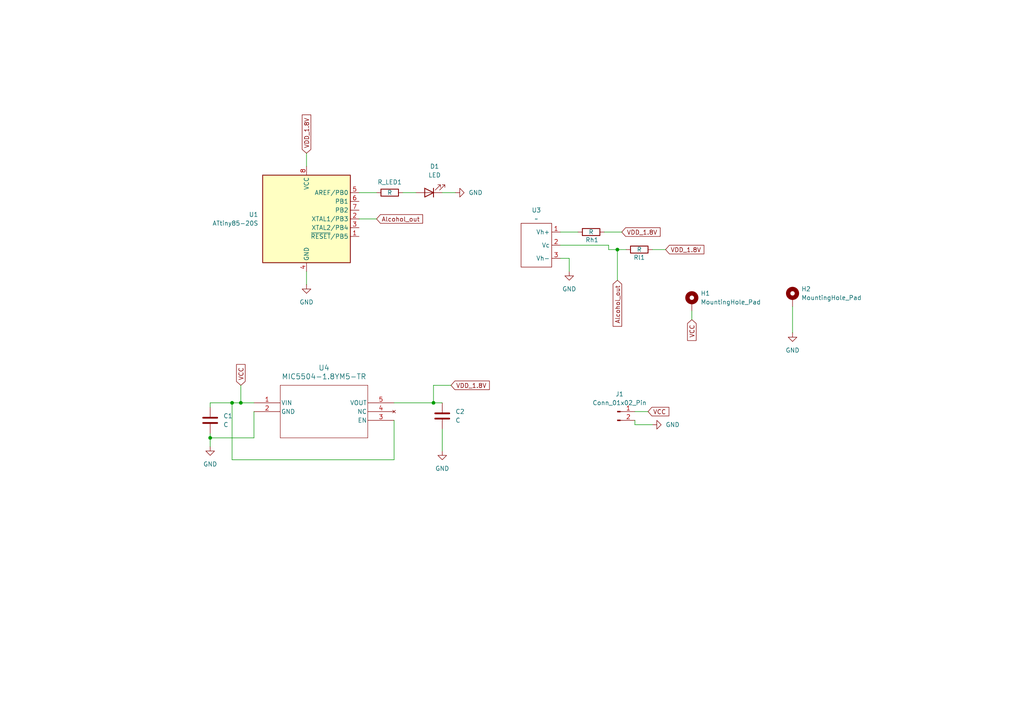
<source format=kicad_sch>
(kicad_sch (version 20231120) (generator "eeschema") (generator_version "8.0")
  (paper "A4")
  (lib_symbols
    (symbol "AlcoholSensor:MQ303"
      (property "Reference" "U3" (at -3.175 7.62 0))
      (property "Value" "~" (at -3.175 5.08 0))
      (symbol "MQ303_0_1"
        (rectangle (start -7.62 3.81) (end 1.27 -8.89))
      )
      (symbol "MQ303_1_1"
        (pin input line (at 3.81 1.27 180) (length 2.54) (name "Vh+") (number "1"))
        (pin input line (at 3.81 -2.54 180) (length 2.54) (name "Vc") (number "2"))
        (pin input line (at 3.81 -6.35 180) (length 2.54) (name "Vh-") (number "3"))
      )
    )
    (symbol "Connector:Conn_01x02_Pin" (pin_names (offset 1.016) hide)
      (property "Reference" "J" (at 0 2.54 0))
      (property "Value" "Conn_01x02_Pin" (at 0 -5.08 0))
      (symbol "Conn_01x02_Pin_1_1"
        (polyline (pts (xy 1.27 -2.54) (xy 0.8636 -2.54)) (stroke (width 0.1524)))
        (polyline (pts (xy 1.27 0) (xy 0.8636 0)) (stroke (width 0.1524)))
        (rectangle (start 0.8636 -2.413) (end 0 -2.667) (stroke (width 0.1524)) (fill (type outline)))
        (rectangle (start 0.8636 0.127) (end 0 -0.127) (stroke (width 0.1524)) (fill (type outline)))
        (pin passive line (at 5.08 0 180) (length 3.81) (name "Pin_1") (number "1"))
        (pin passive line (at 5.08 -2.54 180) (length 3.81) (name "Pin_2") (number "2"))
      )
    )
    (symbol "Device:C" (pin_numbers hide) (pin_names (offset 0.254))
      (property "Reference" "C" (at 0.635 2.54 0))
      (property "Value" "C" (at 0.635 -2.54 0))
      (symbol "C_0_1"
        (polyline (pts (xy -2.032 -0.762) (xy 2.032 -0.762)) (stroke (width 0.508)))
        (polyline (pts (xy -2.032 0.762) (xy 2.032 0.762)) (stroke (width 0.508)))
      )
      (symbol "C_1_1"
        (pin passive line (at 0 3.81 270) (length 2.794) (name "~") (number "1"))
        (pin passive line (at 0 -3.81 90) (length 2.794) (name "~") (number "2"))
      )
    )
    (symbol "Device:LED" (pin_numbers hide) (pin_names (offset 1.016) hide)
      (property "Reference" "D" (at 0 2.54 0))
      (property "Value" "LED" (at 0 -2.54 0))
      (symbol "LED_0_1"
        (polyline (pts (xy -1.27 -1.27) (xy -1.27 1.27)) (stroke (width 0.254)))
        (polyline (pts (xy -1.27 0) (xy 1.27 0)))
        (polyline (pts (xy 1.27 -1.27) (xy 1.27 1.27) (xy -1.27 0) (xy 1.27 -1.27)) (stroke (width 0.254)))
        (polyline (pts (xy -3.048 -0.762) (xy -4.572 -2.286) (xy -3.81 -2.286) (xy -4.572 -2.286) (xy -4.572 -1.524)))
        (polyline (pts (xy -1.778 -0.762) (xy -3.302 -2.286) (xy -2.54 -2.286) (xy -3.302 -2.286) (xy -3.302 -1.524)))
      )
      (symbol "LED_1_1"
        (pin passive line (at -3.81 0 0) (length 2.54) (name "K") (number "1"))
        (pin passive line (at 3.81 0 180) (length 2.54) (name "A") (number "2"))
      )
    )
    (symbol "Device:R" (pin_numbers hide) (pin_names (offset 0))
      (property "Reference" "R" (at 2.032 0 90))
      (property "Value" "R" (at 0 0 90))
      (symbol "R_0_1"
        (rectangle (start -1.016 -2.54) (end 1.016 2.54) (stroke (width 0.254)))
      )
      (symbol "R_1_1"
        (pin passive line (at 0 3.81 270) (length 1.27) (name "~") (number "1"))
        (pin passive line (at 0 -3.81 90) (length 1.27) (name "~") (number "2"))
      )
    )
    (symbol "MCU_Microchip_ATtiny:ATtiny85-20S"
      (property "Reference" "U" (at -12.7 13.97 0))
      (property "Value" "ATtiny85-20S" (at 2.54 -13.97 0))
      (symbol "ATtiny85-20S_0_1"
        (rectangle (start -12.7 -12.7) (end 12.7 12.7) (stroke (width 0.254)) (fill (type background)))
      )
      (symbol "ATtiny85-20S_1_1"
        (pin bidirectional line (at 15.24 -5.08 180) (length 2.54) (name "~{RESET}/PB5") (number "1"))
        (pin bidirectional line (at 15.24 0 180) (length 2.54) (name "XTAL1/PB3") (number "2"))
        (pin bidirectional line (at 15.24 -2.54 180) (length 2.54) (name "XTAL2/PB4") (number "3"))
        (pin power_in line (at 0 -15.24 90) (length 2.54) (name "GND") (number "4"))
        (pin bidirectional line (at 15.24 7.62 180) (length 2.54) (name "AREF/PB0") (number "5"))
        (pin bidirectional line (at 15.24 5.08 180) (length 2.54) (name "PB1") (number "6"))
        (pin bidirectional line (at 15.24 2.54 180) (length 2.54) (name "PB2") (number "7"))
        (pin power_in line (at 0 15.24 270) (length 2.54) (name "VCC") (number "8"))
      )
    )
    (symbol "MIC5504_1.8V:MIC5504-1.8YM5-TR" (pin_names (offset 0.254))
      (property "Reference" "U" (at 20.32 10.16 0))
      (property "Value" "MIC5504-1.8YM5-TR" (at 20.32 7.62 0))
      (symbol "MIC5504-1.8YM5-TR_0_1"
        (polyline (pts (xy 7.62 -10.16) (xy 33.02 -10.16)) (stroke (width 0.127)))
        (polyline (pts (xy 7.62 5.08) (xy 7.62 -10.16)) (stroke (width 0.127)))
        (polyline (pts (xy 33.02 -10.16) (xy 33.02 5.08)) (stroke (width 0.127)))
        (polyline (pts (xy 33.02 5.08) (xy 7.62 5.08)) (stroke (width 0.127)))
        (pin power_in line (at 0 0 0) (length 7.62) (name "VIN") (number "1"))
        (pin power_out line (at 0 -2.54 0) (length 7.62) (name "GND") (number "2"))
        (pin input line (at 40.64 -5.08 180) (length 7.62) (name "EN") (number "3"))
        (pin no_connect line (at 40.64 -2.54 180) (length 7.62) (name "NC") (number "4"))
        (pin output line (at 40.64 0 180) (length 7.62) (name "VOUT") (number "5"))
      )
    )
    (symbol "Mechanical:MountingHole_Pad" (pin_numbers hide) (pin_names (offset 1.016) hide) (exclude_from_sim yes) (in_bom no)
      (property "Reference" "H" (at 0 6.35 0))
      (property "Value" "MountingHole_Pad" (at 0 4.445 0))
      (symbol "MountingHole_Pad_0_1"
        (circle (center 0 1.27) (radius 1.27) (stroke (width 1.27)))
      )
      (symbol "MountingHole_Pad_1_1"
        (pin input line (at 0 -2.54 90) (length 2.54) (name "1") (number "1"))
      )
    )
    (symbol "power:GND" (power) (pin_numbers hide) (pin_names (offset 0) hide)
      (property "Value" "GND" (at 0 -3.81 0))
      (symbol "GND_0_1"
        (polyline (pts (xy 0 0) (xy 0 -1.27) (xy 1.27 -1.27) (xy 0 -2.54) (xy -1.27 -1.27) (xy 0 -1.27)))
      )
      (symbol "GND_1_1"
        (pin power_in line (at 0 0 270) (length 0) (name "~") (number "1"))
      )
    )
  )
  (junction (at 179.07 72.39))
  (junction (at 69.85 116.84))
  (junction (at 125.73 116.84))
  (junction (at 60.96 127))
  (junction (at 67.31 116.84))
  (wire (pts (xy 229.87 88.9) (xy 229.87 96.52)))
  (wire (pts (xy 114.3 116.84) (xy 125.73 116.84)))
  (wire (pts (xy 73.66 116.84) (xy 69.85 116.84)))
  (wire (pts (xy 88.9 78.74) (xy 88.9 82.55)))
  (wire (pts (xy 128.27 124.46) (xy 128.27 130.81)))
  (wire (pts (xy 114.3 133.35) (xy 67.31 133.35)))
  (wire (pts (xy 176.53 71.12) (xy 176.53 72.39)))
  (wire (pts (xy 116.84 55.88) (xy 120.65 55.88)))
  (wire (pts (xy 200.66 90.17) (xy 200.66 92.71)))
  (wire (pts (xy 189.23 123.19) (xy 184.15 123.19)))
  (wire (pts (xy 104.14 55.88) (xy 109.22 55.88)))
  (wire (pts (xy 60.96 116.84) (xy 60.96 118.11)))
  (wire (pts (xy 67.31 133.35) (xy 67.31 116.84)))
  (wire (pts (xy 69.85 111.76) (xy 69.85 116.84)))
  (wire (pts (xy 73.66 127) (xy 60.96 127)))
  (wire (pts (xy 114.3 121.92) (xy 114.3 133.35)))
  (wire (pts (xy 125.73 116.84) (xy 128.27 116.84)))
  (wire (pts (xy 60.96 125.73) (xy 60.96 127)))
  (wire (pts (xy 175.26 67.31) (xy 180.34 67.31)))
  (wire (pts (xy 184.15 119.38) (xy 187.96 119.38)))
  (wire (pts (xy 179.07 72.39) (xy 181.61 72.39)))
  (wire (pts (xy 88.9 44.45) (xy 88.9 48.26)))
  (wire (pts (xy 165.1 74.93) (xy 162.56 74.93)))
  (wire (pts (xy 73.66 119.38) (xy 73.66 127)))
  (wire (pts (xy 125.73 111.76) (xy 125.73 116.84)))
  (wire (pts (xy 128.27 55.88) (xy 132.08 55.88)))
  (wire (pts (xy 130.81 111.76) (xy 125.73 111.76)))
  (wire (pts (xy 165.1 78.74) (xy 165.1 74.93)))
  (wire (pts (xy 67.31 116.84) (xy 60.96 116.84)))
  (wire (pts (xy 176.53 72.39) (xy 179.07 72.39)))
  (wire (pts (xy 162.56 71.12) (xy 176.53 71.12)))
  (wire (pts (xy 184.15 123.19) (xy 184.15 121.92)))
  (wire (pts (xy 179.07 72.39) (xy 179.07 81.28)))
  (wire (pts (xy 69.85 116.84) (xy 67.31 116.84)))
  (wire (pts (xy 162.56 67.31) (xy 167.64 67.31)))
  (wire (pts (xy 189.23 72.39) (xy 193.04 72.39)))
  (wire (pts (xy 60.96 127) (xy 60.96 129.54)))
  (wire (pts (xy 104.14 63.5) (xy 109.22 63.5)))
  (global_label "VCC" (shape input) (at 69.85 111.76 90) (property "Intersheetrefs" "${INTERSHEET_REFS}" (effects (hide yes))))
  (global_label "VDD_1.8V" (shape input) (at 193.04 72.39 0) (property "Intersheetrefs" "${INTERSHEET_REFS}" (effects (hide yes))))
  (global_label "VCC" (shape input) (at 200.66 92.71 270) (property "Intersheetrefs" "${INTERSHEET_REFS}" (effects (hide yes))))
  (global_label "VDD_1.8V" (shape input) (at 88.9 44.45 90) (property "Intersheetrefs" "${INTERSHEET_REFS}" (effects (hide yes))))
  (global_label "VDD_1.8V" (shape input) (at 130.81 111.76 0) (property "Intersheetrefs" "${INTERSHEET_REFS}" (effects (hide yes))))
  (global_label "VCC" (shape input) (at 187.96 119.38 0) (property "Intersheetrefs" "${INTERSHEET_REFS}" (effects (hide yes))))
  (global_label "Alcohol_out" (shape input) (at 109.22 63.5 0) (property "Intersheetrefs" "${INTERSHEET_REFS}" (effects (hide yes))))
  (global_label "VDD_1.8V" (shape input) (at 180.34 67.31 0) (property "Intersheetrefs" "${INTERSHEET_REFS}" (effects (hide yes))))
  (global_label "Alcohol_out" (shape input) (at 179.07 81.28 270) (property "Intersheetrefs" "${INTERSHEET_REFS}" (effects (hide yes))))
  (symbol (lib_id "Device:C") (at 60.96 121.92 0) (unit 1)
    (property "Reference" "C1" (at 64.77 120.6499 0) (effects (justify left)))
    (property "Value" "C" (at 64.77 123.1899 0) (effects (justify left)))
    (property "Footprint" "Capacitor_SMD:C_0603_1608Metric_Pad1.08x0.95mm_HandSolder" (effects (hide yes)))
    (property "Description" "Unpolarized capacitor" (effects (hide yes)))
  )
  (symbol (lib_id "Connector:Conn_01x02_Pin") (at 179.07 119.38 0) (unit 1)
    (property "Reference" "J1" (at 179.705 114.3 0))
    (property "Value" "Conn_01x02_Pin" (at 179.705 116.84 0))
    (property "Footprint" "Connector_PinHeader_2.54mm:PinHeader_1x02_P2.54mm_Vertical" (effects (hide yes)))
    (property "Description" "Generic connector, single row, 01x02, script generated" (effects (hide yes)))
  )
  (symbol (lib_id "power:GND") (at 60.96 129.54 0) (unit 1)
    (property "Reference" "#PWR02" (effects (hide yes)))
    (property "Value" "GND" (at 60.96 134.62 0))
    (property "Description" "Power symbol creates a global label with name \"GND\" , ground" (effects (hide yes)))
  )
  (symbol (lib_id "Mechanical:MountingHole_Pad") (at 229.87 86.36 0) (unit 1) (exclude_from_sim yes) (in_bom no)
    (property "Reference" "H2" (at 232.41 83.8199 0) (effects (justify left)))
    (property "Value" "MountingHole_Pad" (at 232.41 86.3599 0) (effects (justify left)))
    (property "Footprint" "MountingHole:MT_Hole" (effects (hide yes)))
    (property "Description" "Mounting Hole with connection" (effects (hide yes)))
  )
  (symbol (lib_id "Device:R") (at 113.03 55.88 90) (unit 1)
    (property "Reference" "R_LED1" (at 113.03 52.832 90))
    (property "Value" "R" (at 113.03 55.88 90))
    (property "Footprint" "Resistor_SMD:R_0603_1608Metric_Pad0.98x0.95mm_HandSolder" (effects (hide yes)))
    (property "Description" "Resistor" (effects (hide yes)))
  )
  (symbol (lib_id "power:GND") (at 128.27 130.81 0) (unit 1)
    (property "Reference" "#PWR01" (effects (hide yes)))
    (property "Value" "GND" (at 128.27 135.89 0))
    (property "Description" "Power symbol creates a global label with name \"GND\" , ground" (effects (hide yes)))
  )
  (symbol (lib_id "power:GND") (at 132.08 55.88 90) (unit 1)
    (property "Reference" "#PWR05" (effects (hide yes)))
    (property "Value" "GND" (at 135.89 55.8799 90) (effects (justify right)))
    (property "Description" "Power symbol creates a global label with name \"GND\" , ground" (effects (hide yes)))
  )
  (symbol (lib_id "power:GND") (at 88.9 82.55 0) (unit 1)
    (property "Reference" "#PWR03" (effects (hide yes)))
    (property "Value" "GND" (at 88.9 87.63 0))
    (property "Description" "Power symbol creates a global label with name \"GND\" , ground" (effects (hide yes)))
  )
  (symbol (lib_id "Mechanical:MountingHole_Pad") (at 200.66 87.63 0) (unit 1) (exclude_from_sim yes) (in_bom no)
    (property "Reference" "H1" (at 203.2 85.0899 0) (effects (justify left)))
    (property "Value" "MountingHole_Pad" (at 203.2 87.6299 0) (effects (justify left)))
    (property "Footprint" "MountingHole:MT_Hole" (effects (hide yes)))
    (property "Description" "Mounting Hole with connection" (effects (hide yes)))
  )
  (symbol (lib_id "Device:C") (at 128.27 120.65 0) (unit 1)
    (property "Reference" "C2" (at 132.08 119.3799 0) (effects (justify left)))
    (property "Value" "C" (at 132.08 121.9199 0) (effects (justify left)))
    (property "Footprint" "Capacitor_SMD:C_0603_1608Metric_Pad1.08x0.95mm_HandSolder" (effects (hide yes)))
    (property "Description" "Unpolarized capacitor" (effects (hide yes)))
  )
  (symbol (lib_id "power:GND") (at 229.87 96.52 0) (unit 1)
    (property "Reference" "#PWR07" (effects (hide yes)))
    (property "Value" "GND" (at 229.87 101.6 0))
    (property "Description" "Power symbol creates a global label with name \"GND\" , ground" (effects (hide yes)))
  )
  (symbol (lib_id "MIC5504_1.8V:MIC5504-1.8YM5-TR") (at 73.66 116.84 0) (unit 1)
    (property "Reference" "U4" (at 93.98 106.68 0) (effects (font (size 1.524 1.524))))
    (property "Value" "MIC5504-1.8YM5-TR" (at 93.98 109.22 0) (effects (font (size 1.524 1.524))))
    (property "Footprint" "MIC5504_1.8V:SOT23-5LD-PL-1_MCH" (effects (hide yes)))
    (property "Datasheet" "MIC5504-1.8YM5-TR" (effects (hide yes)))
  )
  (symbol (lib_id "Device:R") (at 171.45 67.31 90) (unit 1)
    (property "Reference" "Rh1" (at 171.704 69.596 90))
    (property "Value" "R" (at 171.45 67.31 90))
    (property "Footprint" "Resistor_SMD:R_0603_1608Metric_Pad0.98x0.95mm_HandSolder" (effects (hide yes)))
    (property "Description" "Resistor" (effects (hide yes)))
  )
  (symbol (lib_id "power:GND") (at 189.23 123.19 90) (unit 1)
    (property "Reference" "#PWR06" (effects (hide yes)))
    (property "Value" "GND" (at 193.04 123.1899 90) (effects (justify right)))
    (property "Description" "Power symbol creates a global label with name \"GND\" , ground" (effects (hide yes)))
  )
  (symbol (lib_id "Device:LED") (at 124.46 55.88 180) (unit 1)
    (property "Reference" "D1" (at 126.0475 48.26 0))
    (property "Value" "LED" (at 126.0475 50.8 0))
    (property "Footprint" "LED_SMD:LED_0805_2012Metric_Pad1.15x1.40mm_HandSolder" (effects (hide yes)))
    (property "Description" "Light emitting diode" (effects (hide yes)))
  )
  (symbol (lib_id "power:GND") (at 165.1 78.74 0) (unit 1)
    (property "Reference" "#PWR04" (effects (hide yes)))
    (property "Value" "GND" (at 165.1 83.82 0))
    (property "Description" "Power symbol creates a global label with name \"GND\" , ground" (effects (hide yes)))
  )
  (symbol (lib_id "MCU_Microchip_ATtiny:ATtiny85-20S") (at 88.9 63.5 0) (unit 1)
    (property "Reference" "U1" (at 74.93 62.2299 0) (effects (justify right)))
    (property "Value" "ATtiny85-20S" (at 74.93 64.7699 0) (effects (justify right)))
    (property "Footprint" "Package_SO:SOIC-8W_5.3x5.3mm_P1.27mm" (effects (hide yes)))
    (property "Datasheet" "http://ww1.microchip.com/downloads/en/DeviceDoc/atmel-2586-avr-8-bit-microcontroller-attiny25-attiny45-attiny85_datasheet.pdf" (effects (hide yes)))
    (property "Description" "20MHz, 8kB Flash, 512B SRAM, 512B EEPROM, debugWIRE, SOIC-8W" (effects (hide yes)))
  )
  (symbol (lib_id "Device:R") (at 185.42 72.39 90) (unit 1)
    (property "Reference" "Rl1" (at 185.42 74.676 90))
    (property "Value" "R" (at 185.42 72.39 90))
    (property "Footprint" "Resistor_SMD:R_0603_1608Metric_Pad0.98x0.95mm_HandSolder" (effects (hide yes)))
    (property "Description" "Resistor" (effects (hide yes)))
  )
  (symbol (lib_id "AlcoholSensor:MQ303") (at 158.75 68.58 0) (unit 1)
    (property "Reference" "U3" (at 155.575 60.96 0))
    (property "Value" "~" (at 155.575 63.5 0))
    (property "Footprint" "MQ303:MQ303" (effects (hide yes)))
  )
)
</source>
